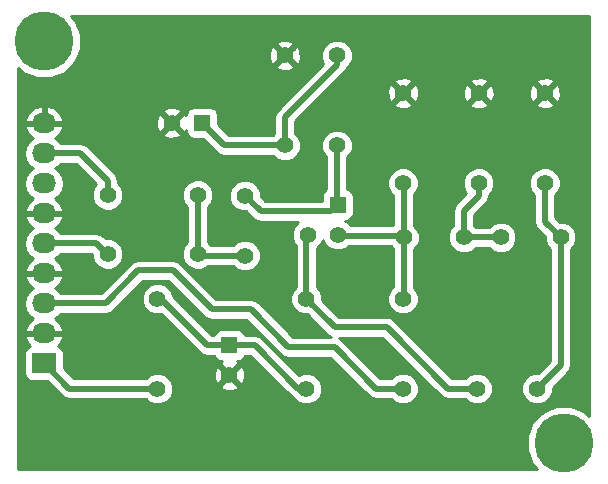
<source format=gbl>
G04 #@! TF.FileFunction,Copper,L2,Bot,Signal*
%FSLAX45Y45*%
G04 Gerber Fmt 4.5, Leading zero omitted, Abs format (unit mm)*
G04 Created by KiCad (PCBNEW (2015-01-25 BZR 5388)-product) date Mo 03 Aug 2015 14:21:19 CEST*
%MOMM*%
G01*
G04 APERTURE LIST*
%ADD10C,0.150000*%
%ADD11C,5.001260*%
%ADD12C,1.397000*%
%ADD13R,2.032000X1.727200*%
%ADD14O,2.032000X1.727200*%
%ADD15R,1.397000X1.397000*%
%ADD16C,0.508000*%
%ADD17C,0.254000*%
G04 APERTURE END LIST*
D10*
D11*
X17100042Y-9900158D03*
X12700000Y-6499860D03*
D12*
X15740126Y-7701026D03*
X15740126Y-6939026D03*
X15180056Y-7380986D03*
X15180056Y-6618986D03*
X13660120Y-8678926D03*
X13660120Y-9440926D03*
X14919960Y-9440672D03*
X14919960Y-8678672D03*
X16940022Y-7701026D03*
X16940022Y-6939026D03*
X16379952Y-7701026D03*
X16379952Y-6939026D03*
X14739874Y-7380986D03*
X14739874Y-6618986D03*
X15740126Y-9440926D03*
X15740126Y-8678926D03*
X14000988Y-7800086D03*
X13238988Y-7800086D03*
X14000988Y-8299958D03*
X13238988Y-8299958D03*
X17074134Y-8159750D03*
X16566134Y-8159750D03*
X16254222Y-8160004D03*
X15746222Y-8160004D03*
X16873982Y-9439910D03*
X16365982Y-9439910D03*
X14400022Y-7805928D03*
X14400022Y-8313928D03*
D13*
X12700000Y-9226000D03*
D14*
X12700000Y-8972000D03*
X12700000Y-8718000D03*
X12700000Y-8464000D03*
X12700000Y-8210000D03*
X12700000Y-7956000D03*
X12700000Y-7702000D03*
X12700000Y-7448000D03*
X12700000Y-7194000D03*
D15*
X14270000Y-9073000D03*
D12*
X14270000Y-9327000D03*
D15*
X14037000Y-7190000D03*
D12*
X13783000Y-7190000D03*
D15*
X15187000Y-7883000D03*
D12*
X15187000Y-8137000D03*
X14933000Y-8137000D03*
D16*
X12914926Y-9440926D02*
X12700000Y-9226000D01*
X13660120Y-9440926D02*
X12914926Y-9440926D01*
X17074134Y-8159750D02*
X17074134Y-9239758D01*
X17074134Y-9239758D02*
X16873982Y-9439910D01*
X16940022Y-7701026D02*
X16940022Y-8025638D01*
X16940022Y-8025638D02*
X17074134Y-8159750D01*
X14919960Y-8678672D02*
X14919960Y-8160004D01*
X14919960Y-8160004D02*
X14932914Y-8147050D01*
X16365982Y-9439910D02*
X16119856Y-9439910D01*
X15161260Y-8919972D02*
X14919960Y-8678672D01*
X15599918Y-8919972D02*
X15161260Y-8919972D01*
X16119856Y-9439910D02*
X15599918Y-8919972D01*
X16254222Y-8160004D02*
X16254222Y-7934198D01*
X16379952Y-7808468D02*
X16379952Y-7701026D01*
X16254222Y-7934198D02*
X16379952Y-7808468D01*
X16254222Y-8160004D02*
X16565880Y-8160004D01*
X16565880Y-8160004D02*
X16566134Y-8159750D01*
X15746222Y-8160004D02*
X15746222Y-8672830D01*
X15746222Y-8672830D02*
X15740126Y-8678926D01*
X15746222Y-8160004D02*
X15746222Y-7707122D01*
X15746222Y-7707122D02*
X15740126Y-7701026D01*
X15186914Y-8147050D02*
X15733268Y-8147050D01*
X15733268Y-8147050D02*
X15746222Y-8160004D01*
X14483000Y-9073000D02*
X14270000Y-9073000D01*
X14850672Y-9440672D02*
X14483000Y-9073000D01*
X14919960Y-9440672D02*
X14850672Y-9440672D01*
X13688926Y-8678926D02*
X13660120Y-8678926D01*
X14083000Y-9073000D02*
X13688926Y-8678926D01*
X14270000Y-9073000D02*
X14083000Y-9073000D01*
X15180056Y-6618986D02*
X15180056Y-6699758D01*
X14739874Y-7139940D02*
X14739874Y-7380986D01*
X15180056Y-6699758D02*
X14739874Y-7139940D01*
X14227986Y-7380986D02*
X14037000Y-7190000D01*
X14739874Y-7380986D02*
X14227986Y-7380986D01*
X15180056Y-7380986D02*
X15180056Y-7886192D01*
X14534134Y-7940040D02*
X14400022Y-7805928D01*
X15126208Y-7940040D02*
X14534134Y-7940040D01*
X15180056Y-7886192D02*
X15126208Y-7940040D01*
X14000988Y-7800086D02*
X14000988Y-8299958D01*
X14000988Y-8299958D02*
X14014958Y-8313928D01*
X14014958Y-8313928D02*
X14400022Y-8313928D01*
X15510926Y-9440926D02*
X15160000Y-9090000D01*
X15160000Y-9090000D02*
X14770000Y-9090000D01*
X14770000Y-9090000D02*
X14450000Y-8770000D01*
X14450000Y-8770000D02*
X14120000Y-8770000D01*
X14120000Y-8770000D02*
X13790000Y-8440000D01*
X13790000Y-8440000D02*
X13500000Y-8440000D01*
X13500000Y-8440000D02*
X13222000Y-8718000D01*
X13222000Y-8718000D02*
X12700000Y-8718000D01*
X15740126Y-9440926D02*
X15510926Y-9440926D01*
X13140000Y-8210000D02*
X12700000Y-8210000D01*
X13229958Y-8299958D02*
X13140000Y-8210000D01*
X13238988Y-8299958D02*
X13229958Y-8299958D01*
X13238988Y-7678988D02*
X13008000Y-7448000D01*
X13008000Y-7448000D02*
X12700000Y-7448000D01*
X13238988Y-7800086D02*
X13238988Y-7678988D01*
D17*
G36*
X17317466Y-9674129D02*
X17277893Y-9634487D01*
X17207507Y-9605260D01*
X17207507Y-8133341D01*
X17187249Y-8084312D01*
X17149769Y-8046767D01*
X17100775Y-8026423D01*
X17074615Y-8026400D01*
X17074615Y-6958278D01*
X17071737Y-6905306D01*
X17057002Y-6869733D01*
X17033441Y-6863568D01*
X17015480Y-6881528D01*
X17015480Y-6845607D01*
X17009315Y-6822046D01*
X16959274Y-6804433D01*
X16906302Y-6807311D01*
X16870729Y-6822046D01*
X16864564Y-6845607D01*
X16940022Y-6921065D01*
X17015480Y-6845607D01*
X17015480Y-6881528D01*
X16957983Y-6939026D01*
X17033441Y-7014484D01*
X17057002Y-7008319D01*
X17074615Y-6958278D01*
X17074615Y-8026400D01*
X17066501Y-8026393D01*
X17028922Y-7988814D01*
X17028922Y-7800702D01*
X17053005Y-7776661D01*
X17073349Y-7727667D01*
X17073395Y-7674617D01*
X17053137Y-7625588D01*
X17015657Y-7588043D01*
X17015480Y-7587970D01*
X17015480Y-7032445D01*
X16940022Y-6956986D01*
X16922062Y-6974947D01*
X16922062Y-6939026D01*
X16846603Y-6863568D01*
X16823042Y-6869733D01*
X16805429Y-6919774D01*
X16808307Y-6972746D01*
X16823042Y-7008319D01*
X16846603Y-7014484D01*
X16922062Y-6939026D01*
X16922062Y-6974947D01*
X16864564Y-7032445D01*
X16870729Y-7056006D01*
X16920770Y-7073619D01*
X16973742Y-7070741D01*
X17009315Y-7056006D01*
X17015480Y-7032445D01*
X17015480Y-7587970D01*
X16966663Y-7567699D01*
X16913613Y-7567653D01*
X16864584Y-7587911D01*
X16827039Y-7625391D01*
X16806695Y-7674385D01*
X16806649Y-7727435D01*
X16826907Y-7776464D01*
X16851122Y-7800721D01*
X16851122Y-8025638D01*
X16857889Y-8059659D01*
X16877160Y-8088500D01*
X16940791Y-8152130D01*
X16940761Y-8186159D01*
X16961019Y-8235188D01*
X16985234Y-8259445D01*
X16985234Y-9202934D01*
X16881602Y-9306567D01*
X16847573Y-9306537D01*
X16798544Y-9326795D01*
X16760999Y-9364275D01*
X16740655Y-9413269D01*
X16740609Y-9466319D01*
X16760867Y-9515348D01*
X16798347Y-9552893D01*
X16847341Y-9573237D01*
X16900391Y-9573283D01*
X16949420Y-9553025D01*
X16986965Y-9515545D01*
X17007309Y-9466551D01*
X17007339Y-9432277D01*
X17136996Y-9302620D01*
X17156267Y-9273779D01*
X17156267Y-9273779D01*
X17163034Y-9239758D01*
X17163034Y-8259426D01*
X17187117Y-8235385D01*
X17207461Y-8186391D01*
X17207507Y-8133341D01*
X17207507Y-9605260D01*
X17162687Y-9586650D01*
X17037944Y-9586541D01*
X16922655Y-9634177D01*
X16834371Y-9722307D01*
X16786534Y-9837513D01*
X16786425Y-9962256D01*
X16834061Y-10077545D01*
X16873775Y-10117328D01*
X16699507Y-10117328D01*
X16699507Y-8133341D01*
X16679249Y-8084312D01*
X16641769Y-8046767D01*
X16592775Y-8026423D01*
X16539725Y-8026377D01*
X16514545Y-8036781D01*
X16514545Y-6958278D01*
X16511667Y-6905306D01*
X16496932Y-6869733D01*
X16473371Y-6863568D01*
X16455410Y-6881528D01*
X16455410Y-6845607D01*
X16449245Y-6822046D01*
X16399204Y-6804433D01*
X16346232Y-6807311D01*
X16310659Y-6822046D01*
X16304494Y-6845607D01*
X16379952Y-6921065D01*
X16455410Y-6845607D01*
X16455410Y-6881528D01*
X16397912Y-6939026D01*
X16473371Y-7014484D01*
X16496932Y-7008319D01*
X16514545Y-6958278D01*
X16514545Y-8036781D01*
X16490696Y-8046635D01*
X16466185Y-8071104D01*
X16353898Y-8071104D01*
X16343122Y-8060309D01*
X16343122Y-7971022D01*
X16442814Y-7871330D01*
X16462085Y-7842489D01*
X16462085Y-7842488D01*
X16468852Y-7808468D01*
X16468852Y-7800702D01*
X16492935Y-7776661D01*
X16513279Y-7727667D01*
X16513325Y-7674617D01*
X16493067Y-7625588D01*
X16455587Y-7588043D01*
X16455410Y-7587970D01*
X16455410Y-7032445D01*
X16379952Y-6956986D01*
X16361991Y-6974947D01*
X16361991Y-6939026D01*
X16286533Y-6863568D01*
X16262972Y-6869733D01*
X16245359Y-6919774D01*
X16248237Y-6972746D01*
X16262972Y-7008319D01*
X16286533Y-7014484D01*
X16361991Y-6939026D01*
X16361991Y-6974947D01*
X16304494Y-7032445D01*
X16310659Y-7056006D01*
X16360700Y-7073619D01*
X16413672Y-7070741D01*
X16449245Y-7056006D01*
X16455410Y-7032445D01*
X16455410Y-7587970D01*
X16406593Y-7567699D01*
X16353543Y-7567653D01*
X16304514Y-7587911D01*
X16266969Y-7625391D01*
X16246625Y-7674385D01*
X16246579Y-7727435D01*
X16266837Y-7776464D01*
X16276526Y-7786170D01*
X16191360Y-7871336D01*
X16172089Y-7900177D01*
X16165322Y-7934198D01*
X16165322Y-8060328D01*
X16141239Y-8084369D01*
X16120895Y-8133363D01*
X16120849Y-8186413D01*
X16141107Y-8235442D01*
X16178587Y-8272987D01*
X16227581Y-8293331D01*
X16280631Y-8293377D01*
X16329660Y-8273119D01*
X16353917Y-8248904D01*
X16466711Y-8248904D01*
X16490499Y-8272733D01*
X16539493Y-8293077D01*
X16592543Y-8293123D01*
X16641572Y-8272865D01*
X16679117Y-8235385D01*
X16699461Y-8186391D01*
X16699507Y-8133341D01*
X16699507Y-10117328D01*
X16499355Y-10117328D01*
X16499355Y-9413501D01*
X16479097Y-9364472D01*
X16441617Y-9326927D01*
X16392623Y-9306583D01*
X16339573Y-9306537D01*
X16290544Y-9326795D01*
X16266287Y-9351010D01*
X16156680Y-9351010D01*
X15662780Y-8857110D01*
X15633939Y-8837839D01*
X15599918Y-8831072D01*
X15198083Y-8831072D01*
X15053303Y-8686292D01*
X15053333Y-8652263D01*
X15033075Y-8603234D01*
X15008860Y-8578977D01*
X15008860Y-8249693D01*
X15045983Y-8212635D01*
X15060009Y-8178855D01*
X15073885Y-8212438D01*
X15111365Y-8249983D01*
X15160359Y-8270327D01*
X15213409Y-8270373D01*
X15262438Y-8250115D01*
X15276627Y-8235950D01*
X15633614Y-8235950D01*
X15657322Y-8259699D01*
X15657322Y-8573165D01*
X15627143Y-8603291D01*
X15606799Y-8652285D01*
X15606753Y-8705335D01*
X15627011Y-8754364D01*
X15664491Y-8791909D01*
X15713485Y-8812253D01*
X15766535Y-8812299D01*
X15815564Y-8792041D01*
X15853109Y-8754561D01*
X15873453Y-8705567D01*
X15873499Y-8652517D01*
X15853241Y-8603488D01*
X15835122Y-8585338D01*
X15835122Y-8259680D01*
X15859205Y-8235639D01*
X15879549Y-8186645D01*
X15879595Y-8133595D01*
X15874719Y-8121793D01*
X15874719Y-6958278D01*
X15871841Y-6905306D01*
X15857106Y-6869733D01*
X15833545Y-6863568D01*
X15815584Y-6881528D01*
X15815584Y-6845607D01*
X15809419Y-6822046D01*
X15759378Y-6804433D01*
X15706406Y-6807311D01*
X15670833Y-6822046D01*
X15664668Y-6845607D01*
X15740126Y-6921065D01*
X15815584Y-6845607D01*
X15815584Y-6881528D01*
X15758086Y-6939026D01*
X15833545Y-7014484D01*
X15857106Y-7008319D01*
X15874719Y-6958278D01*
X15874719Y-8121793D01*
X15859337Y-8084566D01*
X15835122Y-8060309D01*
X15835122Y-7794617D01*
X15853109Y-7776661D01*
X15873453Y-7727667D01*
X15873499Y-7674617D01*
X15853241Y-7625588D01*
X15815761Y-7588043D01*
X15815584Y-7587970D01*
X15815584Y-7032445D01*
X15740126Y-6956986D01*
X15722165Y-6974947D01*
X15722165Y-6939026D01*
X15646707Y-6863568D01*
X15623146Y-6869733D01*
X15605533Y-6919774D01*
X15608411Y-6972746D01*
X15623146Y-7008319D01*
X15646707Y-7014484D01*
X15722165Y-6939026D01*
X15722165Y-6974947D01*
X15664668Y-7032445D01*
X15670833Y-7056006D01*
X15720874Y-7073619D01*
X15773846Y-7070741D01*
X15809419Y-7056006D01*
X15815584Y-7032445D01*
X15815584Y-7587970D01*
X15766767Y-7567699D01*
X15713717Y-7567653D01*
X15664688Y-7587911D01*
X15627143Y-7625391D01*
X15606799Y-7674385D01*
X15606753Y-7727435D01*
X15627011Y-7776464D01*
X15657322Y-7806827D01*
X15657322Y-8058150D01*
X15296708Y-8058150D01*
X15262635Y-8024017D01*
X15247166Y-8017594D01*
X15256850Y-8017594D01*
X15281062Y-8012896D01*
X15302343Y-7998917D01*
X15316588Y-7977814D01*
X15321594Y-7952850D01*
X15321594Y-7813150D01*
X15316896Y-7788938D01*
X15302917Y-7767657D01*
X15281814Y-7753412D01*
X15268956Y-7750834D01*
X15268956Y-7480662D01*
X15293039Y-7456621D01*
X15313383Y-7407627D01*
X15313429Y-7354577D01*
X15313429Y-6592577D01*
X15293171Y-6543548D01*
X15255691Y-6506003D01*
X15206697Y-6485659D01*
X15153647Y-6485613D01*
X15104618Y-6505871D01*
X15067073Y-6543351D01*
X15046729Y-6592345D01*
X15046683Y-6645395D01*
X15064814Y-6689276D01*
X14874467Y-6879624D01*
X14874467Y-6638238D01*
X14871589Y-6585266D01*
X14856854Y-6549693D01*
X14833293Y-6543528D01*
X14815332Y-6561488D01*
X14815332Y-6525567D01*
X14809167Y-6502006D01*
X14759126Y-6484393D01*
X14706154Y-6487271D01*
X14670581Y-6502006D01*
X14664416Y-6525567D01*
X14739874Y-6601025D01*
X14815332Y-6525567D01*
X14815332Y-6561488D01*
X14757834Y-6618986D01*
X14833293Y-6694444D01*
X14856854Y-6688279D01*
X14874467Y-6638238D01*
X14874467Y-6879624D01*
X14815332Y-6938758D01*
X14815332Y-6712405D01*
X14739874Y-6636946D01*
X14721913Y-6654907D01*
X14721913Y-6618986D01*
X14646455Y-6543528D01*
X14622894Y-6549693D01*
X14605281Y-6599734D01*
X14608159Y-6652706D01*
X14622894Y-6688279D01*
X14646455Y-6694444D01*
X14721913Y-6618986D01*
X14721913Y-6654907D01*
X14664416Y-6712405D01*
X14670581Y-6735966D01*
X14720622Y-6753579D01*
X14773594Y-6750701D01*
X14809167Y-6735966D01*
X14815332Y-6712405D01*
X14815332Y-6938758D01*
X14677012Y-7077078D01*
X14657741Y-7105919D01*
X14650974Y-7139940D01*
X14650974Y-7281310D01*
X14640179Y-7292086D01*
X14264810Y-7292086D01*
X14171594Y-7198870D01*
X14171594Y-7120150D01*
X14166896Y-7095938D01*
X14152917Y-7074657D01*
X14131814Y-7060412D01*
X14106850Y-7055406D01*
X13967150Y-7055406D01*
X13942938Y-7060104D01*
X13921657Y-7074083D01*
X13907412Y-7095186D01*
X13902406Y-7120150D01*
X13902406Y-7126564D01*
X13899980Y-7120707D01*
X13876419Y-7114542D01*
X13858458Y-7132502D01*
X13858458Y-7096581D01*
X13852293Y-7073020D01*
X13802252Y-7055407D01*
X13749280Y-7058285D01*
X13713707Y-7073020D01*
X13707542Y-7096581D01*
X13783000Y-7172039D01*
X13858458Y-7096581D01*
X13858458Y-7132502D01*
X13800960Y-7190000D01*
X13876419Y-7265458D01*
X13899980Y-7259293D01*
X13902406Y-7252400D01*
X13902406Y-7259850D01*
X13907104Y-7284062D01*
X13921083Y-7305343D01*
X13942186Y-7319588D01*
X13967150Y-7324594D01*
X14045870Y-7324594D01*
X14165124Y-7443848D01*
X14193965Y-7463119D01*
X14193965Y-7463119D01*
X14227986Y-7469886D01*
X14640198Y-7469886D01*
X14664239Y-7493969D01*
X14713233Y-7514313D01*
X14766283Y-7514359D01*
X14815312Y-7494101D01*
X14852857Y-7456621D01*
X14873201Y-7407627D01*
X14873247Y-7354577D01*
X14852989Y-7305548D01*
X14828774Y-7281291D01*
X14828774Y-7176764D01*
X15242918Y-6762620D01*
X15262189Y-6733779D01*
X15262189Y-6733778D01*
X15264264Y-6723346D01*
X15264264Y-6723346D01*
X15293039Y-6694621D01*
X15313383Y-6645627D01*
X15313429Y-6592577D01*
X15313429Y-7354577D01*
X15293171Y-7305548D01*
X15255691Y-7268003D01*
X15206697Y-7247659D01*
X15153647Y-7247613D01*
X15104618Y-7267871D01*
X15067073Y-7305351D01*
X15046729Y-7354345D01*
X15046683Y-7407395D01*
X15066941Y-7456424D01*
X15091156Y-7480681D01*
X15091156Y-7754274D01*
X15071657Y-7767083D01*
X15057412Y-7788186D01*
X15052406Y-7813150D01*
X15052406Y-7851140D01*
X14570958Y-7851140D01*
X14533365Y-7813548D01*
X14533395Y-7779519D01*
X14513137Y-7730490D01*
X14475657Y-7692945D01*
X14426663Y-7672601D01*
X14373613Y-7672555D01*
X14324584Y-7692813D01*
X14287039Y-7730293D01*
X14266695Y-7779287D01*
X14266649Y-7832337D01*
X14286907Y-7881366D01*
X14324387Y-7918911D01*
X14373381Y-7939255D01*
X14407655Y-7939285D01*
X14471272Y-8002902D01*
X14500113Y-8022173D01*
X14500113Y-8022173D01*
X14534134Y-8028940D01*
X14852498Y-8028940D01*
X14820017Y-8061365D01*
X14799673Y-8110359D01*
X14799627Y-8163409D01*
X14819885Y-8212438D01*
X14831060Y-8223632D01*
X14831060Y-8578996D01*
X14806977Y-8603037D01*
X14786633Y-8652031D01*
X14786587Y-8705081D01*
X14806845Y-8754110D01*
X14844325Y-8791655D01*
X14893319Y-8811999D01*
X14927593Y-8812029D01*
X15098398Y-8982834D01*
X15125735Y-9001100D01*
X14806824Y-9001100D01*
X14533395Y-8727672D01*
X14533395Y-8287519D01*
X14513137Y-8238490D01*
X14475657Y-8200945D01*
X14426663Y-8180601D01*
X14373613Y-8180555D01*
X14324584Y-8200813D01*
X14300327Y-8225028D01*
X14114312Y-8225028D01*
X14114103Y-8224520D01*
X14089888Y-8200263D01*
X14089888Y-7899762D01*
X14113971Y-7875721D01*
X14134315Y-7826727D01*
X14134361Y-7773677D01*
X14114103Y-7724648D01*
X14076623Y-7687103D01*
X14027629Y-7666759D01*
X13974579Y-7666713D01*
X13925550Y-7686971D01*
X13888005Y-7724451D01*
X13867661Y-7773445D01*
X13867615Y-7826495D01*
X13887873Y-7875524D01*
X13912088Y-7899781D01*
X13912088Y-8200282D01*
X13888005Y-8224323D01*
X13867661Y-8273317D01*
X13867615Y-8326367D01*
X13887873Y-8375396D01*
X13925353Y-8412941D01*
X13974347Y-8433285D01*
X14027397Y-8433331D01*
X14076426Y-8413073D01*
X14086688Y-8402828D01*
X14300346Y-8402828D01*
X14324387Y-8426911D01*
X14373381Y-8447255D01*
X14426431Y-8447301D01*
X14475460Y-8427043D01*
X14513005Y-8389563D01*
X14533349Y-8340569D01*
X14533395Y-8287519D01*
X14533395Y-8727672D01*
X14512862Y-8707138D01*
X14484021Y-8687867D01*
X14450000Y-8681100D01*
X14156824Y-8681100D01*
X13858458Y-8382735D01*
X13858458Y-7283419D01*
X13783000Y-7207960D01*
X13765039Y-7225921D01*
X13765039Y-7190000D01*
X13689581Y-7114542D01*
X13666020Y-7120707D01*
X13648407Y-7170748D01*
X13651285Y-7223720D01*
X13666020Y-7259293D01*
X13689581Y-7265458D01*
X13765039Y-7190000D01*
X13765039Y-7225921D01*
X13707542Y-7283419D01*
X13713707Y-7306980D01*
X13763748Y-7324593D01*
X13816720Y-7321715D01*
X13852293Y-7306980D01*
X13858458Y-7283419D01*
X13858458Y-8382735D01*
X13852862Y-8377138D01*
X13824021Y-8357867D01*
X13790000Y-8351100D01*
X13500000Y-8351100D01*
X13465979Y-8357867D01*
X13437138Y-8377138D01*
X13372361Y-8441915D01*
X13372361Y-8273549D01*
X13372361Y-7773677D01*
X13352103Y-7724648D01*
X13327888Y-7700391D01*
X13327888Y-7678988D01*
X13321121Y-7644967D01*
X13321121Y-7644967D01*
X13301850Y-7616126D01*
X13070862Y-7385138D01*
X13042021Y-7365867D01*
X13008000Y-7359100D01*
X12835845Y-7359100D01*
X12824441Y-7342033D01*
X12793493Y-7321354D01*
X12835073Y-7284204D01*
X12860471Y-7231479D01*
X12860736Y-7229903D01*
X12860736Y-7158097D01*
X12860471Y-7156521D01*
X12835073Y-7103796D01*
X12791432Y-7064805D01*
X12736191Y-7045482D01*
X12712700Y-7059908D01*
X12712700Y-7181300D01*
X12848622Y-7181300D01*
X12860736Y-7158097D01*
X12860736Y-7229903D01*
X12848622Y-7206700D01*
X12712700Y-7206700D01*
X12712700Y-7208700D01*
X12687300Y-7208700D01*
X12687300Y-7206700D01*
X12687300Y-7181300D01*
X12687300Y-7059908D01*
X12663809Y-7045482D01*
X12608568Y-7064805D01*
X12564927Y-7103796D01*
X12539529Y-7156521D01*
X12539264Y-7158097D01*
X12551378Y-7181300D01*
X12687300Y-7181300D01*
X12687300Y-7206700D01*
X12551378Y-7206700D01*
X12539264Y-7229903D01*
X12539529Y-7231479D01*
X12564927Y-7284204D01*
X12606507Y-7321354D01*
X12575558Y-7342033D01*
X12543073Y-7390651D01*
X12531665Y-7448000D01*
X12543073Y-7505349D01*
X12575558Y-7553967D01*
X12607036Y-7575000D01*
X12575558Y-7596033D01*
X12543073Y-7644651D01*
X12531665Y-7702000D01*
X12543073Y-7759349D01*
X12575558Y-7807967D01*
X12606507Y-7828646D01*
X12564927Y-7865796D01*
X12539529Y-7918521D01*
X12539264Y-7920097D01*
X12551378Y-7943300D01*
X12687300Y-7943300D01*
X12687300Y-7941300D01*
X12712700Y-7941300D01*
X12712700Y-7943300D01*
X12848622Y-7943300D01*
X12860736Y-7920097D01*
X12860471Y-7918521D01*
X12835073Y-7865796D01*
X12793493Y-7828646D01*
X12824441Y-7807967D01*
X12856927Y-7759349D01*
X12868334Y-7702000D01*
X12856927Y-7644651D01*
X12824441Y-7596033D01*
X12792963Y-7575000D01*
X12824441Y-7553967D01*
X12835845Y-7536900D01*
X12971176Y-7536900D01*
X13142380Y-7708104D01*
X13126005Y-7724451D01*
X13105661Y-7773445D01*
X13105615Y-7826495D01*
X13125873Y-7875524D01*
X13163353Y-7913069D01*
X13212347Y-7933413D01*
X13265397Y-7933459D01*
X13314426Y-7913201D01*
X13351971Y-7875721D01*
X13372315Y-7826727D01*
X13372361Y-7773677D01*
X13372361Y-8273549D01*
X13352103Y-8224520D01*
X13314623Y-8186975D01*
X13265629Y-8166631D01*
X13222317Y-8166593D01*
X13202862Y-8147138D01*
X13174021Y-8127867D01*
X13140000Y-8121100D01*
X12835845Y-8121100D01*
X12824441Y-8104033D01*
X12793493Y-8083354D01*
X12835073Y-8046204D01*
X12860471Y-7993479D01*
X12860736Y-7991903D01*
X12848622Y-7968700D01*
X12712700Y-7968700D01*
X12712700Y-7970700D01*
X12687300Y-7970700D01*
X12687300Y-7968700D01*
X12551378Y-7968700D01*
X12539264Y-7991903D01*
X12539529Y-7993479D01*
X12564927Y-8046204D01*
X12606507Y-8083354D01*
X12575558Y-8104033D01*
X12543073Y-8152651D01*
X12531665Y-8210000D01*
X12543073Y-8267349D01*
X12575558Y-8315967D01*
X12606507Y-8336646D01*
X12564927Y-8373796D01*
X12539529Y-8426521D01*
X12539264Y-8428097D01*
X12551378Y-8451300D01*
X12687300Y-8451300D01*
X12687300Y-8449300D01*
X12712700Y-8449300D01*
X12712700Y-8451300D01*
X12848622Y-8451300D01*
X12860736Y-8428097D01*
X12860471Y-8426521D01*
X12835073Y-8373796D01*
X12793493Y-8336646D01*
X12824441Y-8315967D01*
X12835845Y-8298900D01*
X13103176Y-8298900D01*
X13105637Y-8301360D01*
X13105615Y-8326367D01*
X13125873Y-8375396D01*
X13163353Y-8412941D01*
X13212347Y-8433285D01*
X13265397Y-8433331D01*
X13314426Y-8413073D01*
X13351971Y-8375593D01*
X13372315Y-8326599D01*
X13372361Y-8273549D01*
X13372361Y-8441915D01*
X13185176Y-8629100D01*
X12835845Y-8629100D01*
X12824441Y-8612033D01*
X12793493Y-8591354D01*
X12835073Y-8554204D01*
X12860471Y-8501479D01*
X12860736Y-8499903D01*
X12848622Y-8476700D01*
X12712700Y-8476700D01*
X12712700Y-8478700D01*
X12687300Y-8478700D01*
X12687300Y-8476700D01*
X12551378Y-8476700D01*
X12539264Y-8499903D01*
X12539529Y-8501479D01*
X12564927Y-8554204D01*
X12606507Y-8591354D01*
X12575558Y-8612033D01*
X12543073Y-8660651D01*
X12531665Y-8718000D01*
X12543073Y-8775349D01*
X12575558Y-8823967D01*
X12606507Y-8844646D01*
X12564927Y-8881796D01*
X12539529Y-8934521D01*
X12539264Y-8936097D01*
X12551378Y-8959300D01*
X12687300Y-8959300D01*
X12687300Y-8957300D01*
X12712700Y-8957300D01*
X12712700Y-8959300D01*
X12848622Y-8959300D01*
X12860736Y-8936097D01*
X12860471Y-8934521D01*
X12835073Y-8881796D01*
X12793493Y-8844646D01*
X12824441Y-8823967D01*
X12835845Y-8806900D01*
X13222000Y-8806900D01*
X13256020Y-8800133D01*
X13256021Y-8800133D01*
X13284862Y-8780862D01*
X13536824Y-8528900D01*
X13753176Y-8528900D01*
X14057138Y-8832862D01*
X14085979Y-8852133D01*
X14085979Y-8852133D01*
X14120000Y-8858900D01*
X14413176Y-8858900D01*
X14707138Y-9152862D01*
X14735979Y-9172133D01*
X14770000Y-9178900D01*
X15123176Y-9178900D01*
X15448064Y-9503788D01*
X15476905Y-9523059D01*
X15476905Y-9523059D01*
X15510926Y-9529826D01*
X15640450Y-9529826D01*
X15664491Y-9553909D01*
X15713485Y-9574253D01*
X15766535Y-9574299D01*
X15815564Y-9554041D01*
X15853109Y-9516561D01*
X15873453Y-9467567D01*
X15873499Y-9414517D01*
X15853241Y-9365488D01*
X15815761Y-9327943D01*
X15766767Y-9307599D01*
X15713717Y-9307553D01*
X15664688Y-9327811D01*
X15640431Y-9352026D01*
X15547750Y-9352026D01*
X15222862Y-9027138D01*
X15195524Y-9008872D01*
X15563094Y-9008872D01*
X16056994Y-9502772D01*
X16085835Y-9522043D01*
X16085835Y-9522043D01*
X16119856Y-9528810D01*
X16266306Y-9528810D01*
X16290347Y-9552893D01*
X16339341Y-9573237D01*
X16392391Y-9573283D01*
X16441420Y-9553025D01*
X16478965Y-9515545D01*
X16499309Y-9466551D01*
X16499355Y-9413501D01*
X16499355Y-10117328D01*
X15053333Y-10117328D01*
X15053333Y-9414263D01*
X15033075Y-9365234D01*
X14995595Y-9327689D01*
X14946601Y-9307345D01*
X14893551Y-9307299D01*
X14857796Y-9322073D01*
X14545862Y-9010138D01*
X14517021Y-8990867D01*
X14483000Y-8984100D01*
X14400898Y-8984100D01*
X14399896Y-8978938D01*
X14385917Y-8957657D01*
X14364814Y-8943412D01*
X14339850Y-8938406D01*
X14200150Y-8938406D01*
X14175938Y-8943104D01*
X14154657Y-8957083D01*
X14140412Y-8978186D01*
X14139226Y-8984100D01*
X14119824Y-8984100D01*
X13793488Y-8657765D01*
X13793493Y-8652517D01*
X13773235Y-8603488D01*
X13735755Y-8565943D01*
X13686761Y-8545599D01*
X13633711Y-8545553D01*
X13584682Y-8565811D01*
X13547137Y-8603291D01*
X13526793Y-8652285D01*
X13526747Y-8705335D01*
X13547005Y-8754364D01*
X13584485Y-8791909D01*
X13633479Y-8812253D01*
X13686529Y-8812299D01*
X13693638Y-8809362D01*
X14020138Y-9135862D01*
X14048979Y-9155133D01*
X14048979Y-9155133D01*
X14083000Y-9161900D01*
X14139102Y-9161900D01*
X14140104Y-9167062D01*
X14154083Y-9188343D01*
X14175186Y-9202588D01*
X14200150Y-9207594D01*
X14206564Y-9207594D01*
X14200707Y-9210020D01*
X14194542Y-9233581D01*
X14270000Y-9309040D01*
X14345458Y-9233581D01*
X14339293Y-9210020D01*
X14332400Y-9207594D01*
X14339850Y-9207594D01*
X14364062Y-9202896D01*
X14385343Y-9188917D01*
X14399588Y-9167814D01*
X14400774Y-9161900D01*
X14446176Y-9161900D01*
X14787810Y-9503534D01*
X14807273Y-9516539D01*
X14844325Y-9553655D01*
X14893319Y-9573999D01*
X14946369Y-9574045D01*
X14995398Y-9553787D01*
X15032943Y-9516307D01*
X15053287Y-9467313D01*
X15053333Y-9414263D01*
X15053333Y-10117328D01*
X14404593Y-10117328D01*
X14404593Y-9346252D01*
X14401715Y-9293280D01*
X14386980Y-9257707D01*
X14363419Y-9251542D01*
X14287960Y-9327000D01*
X14363419Y-9402458D01*
X14386980Y-9396293D01*
X14404593Y-9346252D01*
X14404593Y-10117328D01*
X14345458Y-10117328D01*
X14345458Y-9420419D01*
X14270000Y-9344961D01*
X14252039Y-9362921D01*
X14252039Y-9327000D01*
X14176581Y-9251542D01*
X14153020Y-9257707D01*
X14135407Y-9307748D01*
X14138285Y-9360720D01*
X14153020Y-9396293D01*
X14176581Y-9402458D01*
X14252039Y-9327000D01*
X14252039Y-9362921D01*
X14194542Y-9420419D01*
X14200707Y-9443980D01*
X14250748Y-9461593D01*
X14303720Y-9458715D01*
X14339293Y-9443980D01*
X14345458Y-9420419D01*
X14345458Y-10117328D01*
X13793493Y-10117328D01*
X13793493Y-9414517D01*
X13773235Y-9365488D01*
X13735755Y-9327943D01*
X13686761Y-9307599D01*
X13633711Y-9307553D01*
X13584682Y-9327811D01*
X13560425Y-9352026D01*
X12951750Y-9352026D01*
X12866344Y-9266620D01*
X12866344Y-9139640D01*
X12861646Y-9115428D01*
X12847667Y-9094147D01*
X12826564Y-9079902D01*
X12817335Y-9078052D01*
X12835073Y-9062204D01*
X12860471Y-9009479D01*
X12860736Y-9007903D01*
X12848622Y-8984700D01*
X12712700Y-8984700D01*
X12712700Y-8986700D01*
X12687300Y-8986700D01*
X12687300Y-8984700D01*
X12551378Y-8984700D01*
X12539264Y-9007903D01*
X12539529Y-9009479D01*
X12564927Y-9062204D01*
X12582570Y-9077967D01*
X12574188Y-9079594D01*
X12552907Y-9093573D01*
X12538662Y-9114676D01*
X12533656Y-9139640D01*
X12533656Y-9312360D01*
X12538354Y-9336572D01*
X12552333Y-9357853D01*
X12573436Y-9372098D01*
X12598400Y-9377104D01*
X12725380Y-9377104D01*
X12852064Y-9503788D01*
X12880905Y-9523059D01*
X12880905Y-9523059D01*
X12914926Y-9529826D01*
X13560444Y-9529826D01*
X13584485Y-9553909D01*
X13633479Y-9574253D01*
X13686529Y-9574299D01*
X13735558Y-9554041D01*
X13773103Y-9516561D01*
X13793447Y-9467567D01*
X13793493Y-9414517D01*
X13793493Y-10117328D01*
X12482576Y-10117328D01*
X12482576Y-6725889D01*
X12522149Y-6765531D01*
X12637355Y-6813368D01*
X12762098Y-6813477D01*
X12877387Y-6765841D01*
X12965671Y-6677711D01*
X13013508Y-6562505D01*
X13013617Y-6437762D01*
X12965981Y-6322473D01*
X12926014Y-6282436D01*
X17317466Y-6282436D01*
X17317466Y-9674129D01*
X17317466Y-9674129D01*
G37*
X17317466Y-9674129D02*
X17277893Y-9634487D01*
X17207507Y-9605260D01*
X17207507Y-8133341D01*
X17187249Y-8084312D01*
X17149769Y-8046767D01*
X17100775Y-8026423D01*
X17074615Y-8026400D01*
X17074615Y-6958278D01*
X17071737Y-6905306D01*
X17057002Y-6869733D01*
X17033441Y-6863568D01*
X17015480Y-6881528D01*
X17015480Y-6845607D01*
X17009315Y-6822046D01*
X16959274Y-6804433D01*
X16906302Y-6807311D01*
X16870729Y-6822046D01*
X16864564Y-6845607D01*
X16940022Y-6921065D01*
X17015480Y-6845607D01*
X17015480Y-6881528D01*
X16957983Y-6939026D01*
X17033441Y-7014484D01*
X17057002Y-7008319D01*
X17074615Y-6958278D01*
X17074615Y-8026400D01*
X17066501Y-8026393D01*
X17028922Y-7988814D01*
X17028922Y-7800702D01*
X17053005Y-7776661D01*
X17073349Y-7727667D01*
X17073395Y-7674617D01*
X17053137Y-7625588D01*
X17015657Y-7588043D01*
X17015480Y-7587970D01*
X17015480Y-7032445D01*
X16940022Y-6956986D01*
X16922062Y-6974947D01*
X16922062Y-6939026D01*
X16846603Y-6863568D01*
X16823042Y-6869733D01*
X16805429Y-6919774D01*
X16808307Y-6972746D01*
X16823042Y-7008319D01*
X16846603Y-7014484D01*
X16922062Y-6939026D01*
X16922062Y-6974947D01*
X16864564Y-7032445D01*
X16870729Y-7056006D01*
X16920770Y-7073619D01*
X16973742Y-7070741D01*
X17009315Y-7056006D01*
X17015480Y-7032445D01*
X17015480Y-7587970D01*
X16966663Y-7567699D01*
X16913613Y-7567653D01*
X16864584Y-7587911D01*
X16827039Y-7625391D01*
X16806695Y-7674385D01*
X16806649Y-7727435D01*
X16826907Y-7776464D01*
X16851122Y-7800721D01*
X16851122Y-8025638D01*
X16857889Y-8059659D01*
X16877160Y-8088500D01*
X16940791Y-8152130D01*
X16940761Y-8186159D01*
X16961019Y-8235188D01*
X16985234Y-8259445D01*
X16985234Y-9202934D01*
X16881602Y-9306567D01*
X16847573Y-9306537D01*
X16798544Y-9326795D01*
X16760999Y-9364275D01*
X16740655Y-9413269D01*
X16740609Y-9466319D01*
X16760867Y-9515348D01*
X16798347Y-9552893D01*
X16847341Y-9573237D01*
X16900391Y-9573283D01*
X16949420Y-9553025D01*
X16986965Y-9515545D01*
X17007309Y-9466551D01*
X17007339Y-9432277D01*
X17136996Y-9302620D01*
X17156267Y-9273779D01*
X17156267Y-9273779D01*
X17163034Y-9239758D01*
X17163034Y-8259426D01*
X17187117Y-8235385D01*
X17207461Y-8186391D01*
X17207507Y-8133341D01*
X17207507Y-9605260D01*
X17162687Y-9586650D01*
X17037944Y-9586541D01*
X16922655Y-9634177D01*
X16834371Y-9722307D01*
X16786534Y-9837513D01*
X16786425Y-9962256D01*
X16834061Y-10077545D01*
X16873775Y-10117328D01*
X16699507Y-10117328D01*
X16699507Y-8133341D01*
X16679249Y-8084312D01*
X16641769Y-8046767D01*
X16592775Y-8026423D01*
X16539725Y-8026377D01*
X16514545Y-8036781D01*
X16514545Y-6958278D01*
X16511667Y-6905306D01*
X16496932Y-6869733D01*
X16473371Y-6863568D01*
X16455410Y-6881528D01*
X16455410Y-6845607D01*
X16449245Y-6822046D01*
X16399204Y-6804433D01*
X16346232Y-6807311D01*
X16310659Y-6822046D01*
X16304494Y-6845607D01*
X16379952Y-6921065D01*
X16455410Y-6845607D01*
X16455410Y-6881528D01*
X16397912Y-6939026D01*
X16473371Y-7014484D01*
X16496932Y-7008319D01*
X16514545Y-6958278D01*
X16514545Y-8036781D01*
X16490696Y-8046635D01*
X16466185Y-8071104D01*
X16353898Y-8071104D01*
X16343122Y-8060309D01*
X16343122Y-7971022D01*
X16442814Y-7871330D01*
X16462085Y-7842489D01*
X16462085Y-7842488D01*
X16468852Y-7808468D01*
X16468852Y-7800702D01*
X16492935Y-7776661D01*
X16513279Y-7727667D01*
X16513325Y-7674617D01*
X16493067Y-7625588D01*
X16455587Y-7588043D01*
X16455410Y-7587970D01*
X16455410Y-7032445D01*
X16379952Y-6956986D01*
X16361991Y-6974947D01*
X16361991Y-6939026D01*
X16286533Y-6863568D01*
X16262972Y-6869733D01*
X16245359Y-6919774D01*
X16248237Y-6972746D01*
X16262972Y-7008319D01*
X16286533Y-7014484D01*
X16361991Y-6939026D01*
X16361991Y-6974947D01*
X16304494Y-7032445D01*
X16310659Y-7056006D01*
X16360700Y-7073619D01*
X16413672Y-7070741D01*
X16449245Y-7056006D01*
X16455410Y-7032445D01*
X16455410Y-7587970D01*
X16406593Y-7567699D01*
X16353543Y-7567653D01*
X16304514Y-7587911D01*
X16266969Y-7625391D01*
X16246625Y-7674385D01*
X16246579Y-7727435D01*
X16266837Y-7776464D01*
X16276526Y-7786170D01*
X16191360Y-7871336D01*
X16172089Y-7900177D01*
X16165322Y-7934198D01*
X16165322Y-8060328D01*
X16141239Y-8084369D01*
X16120895Y-8133363D01*
X16120849Y-8186413D01*
X16141107Y-8235442D01*
X16178587Y-8272987D01*
X16227581Y-8293331D01*
X16280631Y-8293377D01*
X16329660Y-8273119D01*
X16353917Y-8248904D01*
X16466711Y-8248904D01*
X16490499Y-8272733D01*
X16539493Y-8293077D01*
X16592543Y-8293123D01*
X16641572Y-8272865D01*
X16679117Y-8235385D01*
X16699461Y-8186391D01*
X16699507Y-8133341D01*
X16699507Y-10117328D01*
X16499355Y-10117328D01*
X16499355Y-9413501D01*
X16479097Y-9364472D01*
X16441617Y-9326927D01*
X16392623Y-9306583D01*
X16339573Y-9306537D01*
X16290544Y-9326795D01*
X16266287Y-9351010D01*
X16156680Y-9351010D01*
X15662780Y-8857110D01*
X15633939Y-8837839D01*
X15599918Y-8831072D01*
X15198083Y-8831072D01*
X15053303Y-8686292D01*
X15053333Y-8652263D01*
X15033075Y-8603234D01*
X15008860Y-8578977D01*
X15008860Y-8249693D01*
X15045983Y-8212635D01*
X15060009Y-8178855D01*
X15073885Y-8212438D01*
X15111365Y-8249983D01*
X15160359Y-8270327D01*
X15213409Y-8270373D01*
X15262438Y-8250115D01*
X15276627Y-8235950D01*
X15633614Y-8235950D01*
X15657322Y-8259699D01*
X15657322Y-8573165D01*
X15627143Y-8603291D01*
X15606799Y-8652285D01*
X15606753Y-8705335D01*
X15627011Y-8754364D01*
X15664491Y-8791909D01*
X15713485Y-8812253D01*
X15766535Y-8812299D01*
X15815564Y-8792041D01*
X15853109Y-8754561D01*
X15873453Y-8705567D01*
X15873499Y-8652517D01*
X15853241Y-8603488D01*
X15835122Y-8585338D01*
X15835122Y-8259680D01*
X15859205Y-8235639D01*
X15879549Y-8186645D01*
X15879595Y-8133595D01*
X15874719Y-8121793D01*
X15874719Y-6958278D01*
X15871841Y-6905306D01*
X15857106Y-6869733D01*
X15833545Y-6863568D01*
X15815584Y-6881528D01*
X15815584Y-6845607D01*
X15809419Y-6822046D01*
X15759378Y-6804433D01*
X15706406Y-6807311D01*
X15670833Y-6822046D01*
X15664668Y-6845607D01*
X15740126Y-6921065D01*
X15815584Y-6845607D01*
X15815584Y-6881528D01*
X15758086Y-6939026D01*
X15833545Y-7014484D01*
X15857106Y-7008319D01*
X15874719Y-6958278D01*
X15874719Y-8121793D01*
X15859337Y-8084566D01*
X15835122Y-8060309D01*
X15835122Y-7794617D01*
X15853109Y-7776661D01*
X15873453Y-7727667D01*
X15873499Y-7674617D01*
X15853241Y-7625588D01*
X15815761Y-7588043D01*
X15815584Y-7587970D01*
X15815584Y-7032445D01*
X15740126Y-6956986D01*
X15722165Y-6974947D01*
X15722165Y-6939026D01*
X15646707Y-6863568D01*
X15623146Y-6869733D01*
X15605533Y-6919774D01*
X15608411Y-6972746D01*
X15623146Y-7008319D01*
X15646707Y-7014484D01*
X15722165Y-6939026D01*
X15722165Y-6974947D01*
X15664668Y-7032445D01*
X15670833Y-7056006D01*
X15720874Y-7073619D01*
X15773846Y-7070741D01*
X15809419Y-7056006D01*
X15815584Y-7032445D01*
X15815584Y-7587970D01*
X15766767Y-7567699D01*
X15713717Y-7567653D01*
X15664688Y-7587911D01*
X15627143Y-7625391D01*
X15606799Y-7674385D01*
X15606753Y-7727435D01*
X15627011Y-7776464D01*
X15657322Y-7806827D01*
X15657322Y-8058150D01*
X15296708Y-8058150D01*
X15262635Y-8024017D01*
X15247166Y-8017594D01*
X15256850Y-8017594D01*
X15281062Y-8012896D01*
X15302343Y-7998917D01*
X15316588Y-7977814D01*
X15321594Y-7952850D01*
X15321594Y-7813150D01*
X15316896Y-7788938D01*
X15302917Y-7767657D01*
X15281814Y-7753412D01*
X15268956Y-7750834D01*
X15268956Y-7480662D01*
X15293039Y-7456621D01*
X15313383Y-7407627D01*
X15313429Y-7354577D01*
X15313429Y-6592577D01*
X15293171Y-6543548D01*
X15255691Y-6506003D01*
X15206697Y-6485659D01*
X15153647Y-6485613D01*
X15104618Y-6505871D01*
X15067073Y-6543351D01*
X15046729Y-6592345D01*
X15046683Y-6645395D01*
X15064814Y-6689276D01*
X14874467Y-6879624D01*
X14874467Y-6638238D01*
X14871589Y-6585266D01*
X14856854Y-6549693D01*
X14833293Y-6543528D01*
X14815332Y-6561488D01*
X14815332Y-6525567D01*
X14809167Y-6502006D01*
X14759126Y-6484393D01*
X14706154Y-6487271D01*
X14670581Y-6502006D01*
X14664416Y-6525567D01*
X14739874Y-6601025D01*
X14815332Y-6525567D01*
X14815332Y-6561488D01*
X14757834Y-6618986D01*
X14833293Y-6694444D01*
X14856854Y-6688279D01*
X14874467Y-6638238D01*
X14874467Y-6879624D01*
X14815332Y-6938758D01*
X14815332Y-6712405D01*
X14739874Y-6636946D01*
X14721913Y-6654907D01*
X14721913Y-6618986D01*
X14646455Y-6543528D01*
X14622894Y-6549693D01*
X14605281Y-6599734D01*
X14608159Y-6652706D01*
X14622894Y-6688279D01*
X14646455Y-6694444D01*
X14721913Y-6618986D01*
X14721913Y-6654907D01*
X14664416Y-6712405D01*
X14670581Y-6735966D01*
X14720622Y-6753579D01*
X14773594Y-6750701D01*
X14809167Y-6735966D01*
X14815332Y-6712405D01*
X14815332Y-6938758D01*
X14677012Y-7077078D01*
X14657741Y-7105919D01*
X14650974Y-7139940D01*
X14650974Y-7281310D01*
X14640179Y-7292086D01*
X14264810Y-7292086D01*
X14171594Y-7198870D01*
X14171594Y-7120150D01*
X14166896Y-7095938D01*
X14152917Y-7074657D01*
X14131814Y-7060412D01*
X14106850Y-7055406D01*
X13967150Y-7055406D01*
X13942938Y-7060104D01*
X13921657Y-7074083D01*
X13907412Y-7095186D01*
X13902406Y-7120150D01*
X13902406Y-7126564D01*
X13899980Y-7120707D01*
X13876419Y-7114542D01*
X13858458Y-7132502D01*
X13858458Y-7096581D01*
X13852293Y-7073020D01*
X13802252Y-7055407D01*
X13749280Y-7058285D01*
X13713707Y-7073020D01*
X13707542Y-7096581D01*
X13783000Y-7172039D01*
X13858458Y-7096581D01*
X13858458Y-7132502D01*
X13800960Y-7190000D01*
X13876419Y-7265458D01*
X13899980Y-7259293D01*
X13902406Y-7252400D01*
X13902406Y-7259850D01*
X13907104Y-7284062D01*
X13921083Y-7305343D01*
X13942186Y-7319588D01*
X13967150Y-7324594D01*
X14045870Y-7324594D01*
X14165124Y-7443848D01*
X14193965Y-7463119D01*
X14193965Y-7463119D01*
X14227986Y-7469886D01*
X14640198Y-7469886D01*
X14664239Y-7493969D01*
X14713233Y-7514313D01*
X14766283Y-7514359D01*
X14815312Y-7494101D01*
X14852857Y-7456621D01*
X14873201Y-7407627D01*
X14873247Y-7354577D01*
X14852989Y-7305548D01*
X14828774Y-7281291D01*
X14828774Y-7176764D01*
X15242918Y-6762620D01*
X15262189Y-6733779D01*
X15262189Y-6733778D01*
X15264264Y-6723346D01*
X15264264Y-6723346D01*
X15293039Y-6694621D01*
X15313383Y-6645627D01*
X15313429Y-6592577D01*
X15313429Y-7354577D01*
X15293171Y-7305548D01*
X15255691Y-7268003D01*
X15206697Y-7247659D01*
X15153647Y-7247613D01*
X15104618Y-7267871D01*
X15067073Y-7305351D01*
X15046729Y-7354345D01*
X15046683Y-7407395D01*
X15066941Y-7456424D01*
X15091156Y-7480681D01*
X15091156Y-7754274D01*
X15071657Y-7767083D01*
X15057412Y-7788186D01*
X15052406Y-7813150D01*
X15052406Y-7851140D01*
X14570958Y-7851140D01*
X14533365Y-7813548D01*
X14533395Y-7779519D01*
X14513137Y-7730490D01*
X14475657Y-7692945D01*
X14426663Y-7672601D01*
X14373613Y-7672555D01*
X14324584Y-7692813D01*
X14287039Y-7730293D01*
X14266695Y-7779287D01*
X14266649Y-7832337D01*
X14286907Y-7881366D01*
X14324387Y-7918911D01*
X14373381Y-7939255D01*
X14407655Y-7939285D01*
X14471272Y-8002902D01*
X14500113Y-8022173D01*
X14500113Y-8022173D01*
X14534134Y-8028940D01*
X14852498Y-8028940D01*
X14820017Y-8061365D01*
X14799673Y-8110359D01*
X14799627Y-8163409D01*
X14819885Y-8212438D01*
X14831060Y-8223632D01*
X14831060Y-8578996D01*
X14806977Y-8603037D01*
X14786633Y-8652031D01*
X14786587Y-8705081D01*
X14806845Y-8754110D01*
X14844325Y-8791655D01*
X14893319Y-8811999D01*
X14927593Y-8812029D01*
X15098398Y-8982834D01*
X15125735Y-9001100D01*
X14806824Y-9001100D01*
X14533395Y-8727672D01*
X14533395Y-8287519D01*
X14513137Y-8238490D01*
X14475657Y-8200945D01*
X14426663Y-8180601D01*
X14373613Y-8180555D01*
X14324584Y-8200813D01*
X14300327Y-8225028D01*
X14114312Y-8225028D01*
X14114103Y-8224520D01*
X14089888Y-8200263D01*
X14089888Y-7899762D01*
X14113971Y-7875721D01*
X14134315Y-7826727D01*
X14134361Y-7773677D01*
X14114103Y-7724648D01*
X14076623Y-7687103D01*
X14027629Y-7666759D01*
X13974579Y-7666713D01*
X13925550Y-7686971D01*
X13888005Y-7724451D01*
X13867661Y-7773445D01*
X13867615Y-7826495D01*
X13887873Y-7875524D01*
X13912088Y-7899781D01*
X13912088Y-8200282D01*
X13888005Y-8224323D01*
X13867661Y-8273317D01*
X13867615Y-8326367D01*
X13887873Y-8375396D01*
X13925353Y-8412941D01*
X13974347Y-8433285D01*
X14027397Y-8433331D01*
X14076426Y-8413073D01*
X14086688Y-8402828D01*
X14300346Y-8402828D01*
X14324387Y-8426911D01*
X14373381Y-8447255D01*
X14426431Y-8447301D01*
X14475460Y-8427043D01*
X14513005Y-8389563D01*
X14533349Y-8340569D01*
X14533395Y-8287519D01*
X14533395Y-8727672D01*
X14512862Y-8707138D01*
X14484021Y-8687867D01*
X14450000Y-8681100D01*
X14156824Y-8681100D01*
X13858458Y-8382735D01*
X13858458Y-7283419D01*
X13783000Y-7207960D01*
X13765039Y-7225921D01*
X13765039Y-7190000D01*
X13689581Y-7114542D01*
X13666020Y-7120707D01*
X13648407Y-7170748D01*
X13651285Y-7223720D01*
X13666020Y-7259293D01*
X13689581Y-7265458D01*
X13765039Y-7190000D01*
X13765039Y-7225921D01*
X13707542Y-7283419D01*
X13713707Y-7306980D01*
X13763748Y-7324593D01*
X13816720Y-7321715D01*
X13852293Y-7306980D01*
X13858458Y-7283419D01*
X13858458Y-8382735D01*
X13852862Y-8377138D01*
X13824021Y-8357867D01*
X13790000Y-8351100D01*
X13500000Y-8351100D01*
X13465979Y-8357867D01*
X13437138Y-8377138D01*
X13372361Y-8441915D01*
X13372361Y-8273549D01*
X13372361Y-7773677D01*
X13352103Y-7724648D01*
X13327888Y-7700391D01*
X13327888Y-7678988D01*
X13321121Y-7644967D01*
X13321121Y-7644967D01*
X13301850Y-7616126D01*
X13070862Y-7385138D01*
X13042021Y-7365867D01*
X13008000Y-7359100D01*
X12835845Y-7359100D01*
X12824441Y-7342033D01*
X12793493Y-7321354D01*
X12835073Y-7284204D01*
X12860471Y-7231479D01*
X12860736Y-7229903D01*
X12860736Y-7158097D01*
X12860471Y-7156521D01*
X12835073Y-7103796D01*
X12791432Y-7064805D01*
X12736191Y-7045482D01*
X12712700Y-7059908D01*
X12712700Y-7181300D01*
X12848622Y-7181300D01*
X12860736Y-7158097D01*
X12860736Y-7229903D01*
X12848622Y-7206700D01*
X12712700Y-7206700D01*
X12712700Y-7208700D01*
X12687300Y-7208700D01*
X12687300Y-7206700D01*
X12687300Y-7181300D01*
X12687300Y-7059908D01*
X12663809Y-7045482D01*
X12608568Y-7064805D01*
X12564927Y-7103796D01*
X12539529Y-7156521D01*
X12539264Y-7158097D01*
X12551378Y-7181300D01*
X12687300Y-7181300D01*
X12687300Y-7206700D01*
X12551378Y-7206700D01*
X12539264Y-7229903D01*
X12539529Y-7231479D01*
X12564927Y-7284204D01*
X12606507Y-7321354D01*
X12575558Y-7342033D01*
X12543073Y-7390651D01*
X12531665Y-7448000D01*
X12543073Y-7505349D01*
X12575558Y-7553967D01*
X12607036Y-7575000D01*
X12575558Y-7596033D01*
X12543073Y-7644651D01*
X12531665Y-7702000D01*
X12543073Y-7759349D01*
X12575558Y-7807967D01*
X12606507Y-7828646D01*
X12564927Y-7865796D01*
X12539529Y-7918521D01*
X12539264Y-7920097D01*
X12551378Y-7943300D01*
X12687300Y-7943300D01*
X12687300Y-7941300D01*
X12712700Y-7941300D01*
X12712700Y-7943300D01*
X12848622Y-7943300D01*
X12860736Y-7920097D01*
X12860471Y-7918521D01*
X12835073Y-7865796D01*
X12793493Y-7828646D01*
X12824441Y-7807967D01*
X12856927Y-7759349D01*
X12868334Y-7702000D01*
X12856927Y-7644651D01*
X12824441Y-7596033D01*
X12792963Y-7575000D01*
X12824441Y-7553967D01*
X12835845Y-7536900D01*
X12971176Y-7536900D01*
X13142380Y-7708104D01*
X13126005Y-7724451D01*
X13105661Y-7773445D01*
X13105615Y-7826495D01*
X13125873Y-7875524D01*
X13163353Y-7913069D01*
X13212347Y-7933413D01*
X13265397Y-7933459D01*
X13314426Y-7913201D01*
X13351971Y-7875721D01*
X13372315Y-7826727D01*
X13372361Y-7773677D01*
X13372361Y-8273549D01*
X13352103Y-8224520D01*
X13314623Y-8186975D01*
X13265629Y-8166631D01*
X13222317Y-8166593D01*
X13202862Y-8147138D01*
X13174021Y-8127867D01*
X13140000Y-8121100D01*
X12835845Y-8121100D01*
X12824441Y-8104033D01*
X12793493Y-8083354D01*
X12835073Y-8046204D01*
X12860471Y-7993479D01*
X12860736Y-7991903D01*
X12848622Y-7968700D01*
X12712700Y-7968700D01*
X12712700Y-7970700D01*
X12687300Y-7970700D01*
X12687300Y-7968700D01*
X12551378Y-7968700D01*
X12539264Y-7991903D01*
X12539529Y-7993479D01*
X12564927Y-8046204D01*
X12606507Y-8083354D01*
X12575558Y-8104033D01*
X12543073Y-8152651D01*
X12531665Y-8210000D01*
X12543073Y-8267349D01*
X12575558Y-8315967D01*
X12606507Y-8336646D01*
X12564927Y-8373796D01*
X12539529Y-8426521D01*
X12539264Y-8428097D01*
X12551378Y-8451300D01*
X12687300Y-8451300D01*
X12687300Y-8449300D01*
X12712700Y-8449300D01*
X12712700Y-8451300D01*
X12848622Y-8451300D01*
X12860736Y-8428097D01*
X12860471Y-8426521D01*
X12835073Y-8373796D01*
X12793493Y-8336646D01*
X12824441Y-8315967D01*
X12835845Y-8298900D01*
X13103176Y-8298900D01*
X13105637Y-8301360D01*
X13105615Y-8326367D01*
X13125873Y-8375396D01*
X13163353Y-8412941D01*
X13212347Y-8433285D01*
X13265397Y-8433331D01*
X13314426Y-8413073D01*
X13351971Y-8375593D01*
X13372315Y-8326599D01*
X13372361Y-8273549D01*
X13372361Y-8441915D01*
X13185176Y-8629100D01*
X12835845Y-8629100D01*
X12824441Y-8612033D01*
X12793493Y-8591354D01*
X12835073Y-8554204D01*
X12860471Y-8501479D01*
X12860736Y-8499903D01*
X12848622Y-8476700D01*
X12712700Y-8476700D01*
X12712700Y-8478700D01*
X12687300Y-8478700D01*
X12687300Y-8476700D01*
X12551378Y-8476700D01*
X12539264Y-8499903D01*
X12539529Y-8501479D01*
X12564927Y-8554204D01*
X12606507Y-8591354D01*
X12575558Y-8612033D01*
X12543073Y-8660651D01*
X12531665Y-8718000D01*
X12543073Y-8775349D01*
X12575558Y-8823967D01*
X12606507Y-8844646D01*
X12564927Y-8881796D01*
X12539529Y-8934521D01*
X12539264Y-8936097D01*
X12551378Y-8959300D01*
X12687300Y-8959300D01*
X12687300Y-8957300D01*
X12712700Y-8957300D01*
X12712700Y-8959300D01*
X12848622Y-8959300D01*
X12860736Y-8936097D01*
X12860471Y-8934521D01*
X12835073Y-8881796D01*
X12793493Y-8844646D01*
X12824441Y-8823967D01*
X12835845Y-8806900D01*
X13222000Y-8806900D01*
X13256020Y-8800133D01*
X13256021Y-8800133D01*
X13284862Y-8780862D01*
X13536824Y-8528900D01*
X13753176Y-8528900D01*
X14057138Y-8832862D01*
X14085979Y-8852133D01*
X14085979Y-8852133D01*
X14120000Y-8858900D01*
X14413176Y-8858900D01*
X14707138Y-9152862D01*
X14735979Y-9172133D01*
X14770000Y-9178900D01*
X15123176Y-9178900D01*
X15448064Y-9503788D01*
X15476905Y-9523059D01*
X15476905Y-9523059D01*
X15510926Y-9529826D01*
X15640450Y-9529826D01*
X15664491Y-9553909D01*
X15713485Y-9574253D01*
X15766535Y-9574299D01*
X15815564Y-9554041D01*
X15853109Y-9516561D01*
X15873453Y-9467567D01*
X15873499Y-9414517D01*
X15853241Y-9365488D01*
X15815761Y-9327943D01*
X15766767Y-9307599D01*
X15713717Y-9307553D01*
X15664688Y-9327811D01*
X15640431Y-9352026D01*
X15547750Y-9352026D01*
X15222862Y-9027138D01*
X15195524Y-9008872D01*
X15563094Y-9008872D01*
X16056994Y-9502772D01*
X16085835Y-9522043D01*
X16085835Y-9522043D01*
X16119856Y-9528810D01*
X16266306Y-9528810D01*
X16290347Y-9552893D01*
X16339341Y-9573237D01*
X16392391Y-9573283D01*
X16441420Y-9553025D01*
X16478965Y-9515545D01*
X16499309Y-9466551D01*
X16499355Y-9413501D01*
X16499355Y-10117328D01*
X15053333Y-10117328D01*
X15053333Y-9414263D01*
X15033075Y-9365234D01*
X14995595Y-9327689D01*
X14946601Y-9307345D01*
X14893551Y-9307299D01*
X14857796Y-9322073D01*
X14545862Y-9010138D01*
X14517021Y-8990867D01*
X14483000Y-8984100D01*
X14400898Y-8984100D01*
X14399896Y-8978938D01*
X14385917Y-8957657D01*
X14364814Y-8943412D01*
X14339850Y-8938406D01*
X14200150Y-8938406D01*
X14175938Y-8943104D01*
X14154657Y-8957083D01*
X14140412Y-8978186D01*
X14139226Y-8984100D01*
X14119824Y-8984100D01*
X13793488Y-8657765D01*
X13793493Y-8652517D01*
X13773235Y-8603488D01*
X13735755Y-8565943D01*
X13686761Y-8545599D01*
X13633711Y-8545553D01*
X13584682Y-8565811D01*
X13547137Y-8603291D01*
X13526793Y-8652285D01*
X13526747Y-8705335D01*
X13547005Y-8754364D01*
X13584485Y-8791909D01*
X13633479Y-8812253D01*
X13686529Y-8812299D01*
X13693638Y-8809362D01*
X14020138Y-9135862D01*
X14048979Y-9155133D01*
X14048979Y-9155133D01*
X14083000Y-9161900D01*
X14139102Y-9161900D01*
X14140104Y-9167062D01*
X14154083Y-9188343D01*
X14175186Y-9202588D01*
X14200150Y-9207594D01*
X14206564Y-9207594D01*
X14200707Y-9210020D01*
X14194542Y-9233581D01*
X14270000Y-9309040D01*
X14345458Y-9233581D01*
X14339293Y-9210020D01*
X14332400Y-9207594D01*
X14339850Y-9207594D01*
X14364062Y-9202896D01*
X14385343Y-9188917D01*
X14399588Y-9167814D01*
X14400774Y-9161900D01*
X14446176Y-9161900D01*
X14787810Y-9503534D01*
X14807273Y-9516539D01*
X14844325Y-9553655D01*
X14893319Y-9573999D01*
X14946369Y-9574045D01*
X14995398Y-9553787D01*
X15032943Y-9516307D01*
X15053287Y-9467313D01*
X15053333Y-9414263D01*
X15053333Y-10117328D01*
X14404593Y-10117328D01*
X14404593Y-9346252D01*
X14401715Y-9293280D01*
X14386980Y-9257707D01*
X14363419Y-9251542D01*
X14287960Y-9327000D01*
X14363419Y-9402458D01*
X14386980Y-9396293D01*
X14404593Y-9346252D01*
X14404593Y-10117328D01*
X14345458Y-10117328D01*
X14345458Y-9420419D01*
X14270000Y-9344961D01*
X14252039Y-9362921D01*
X14252039Y-9327000D01*
X14176581Y-9251542D01*
X14153020Y-9257707D01*
X14135407Y-9307748D01*
X14138285Y-9360720D01*
X14153020Y-9396293D01*
X14176581Y-9402458D01*
X14252039Y-9327000D01*
X14252039Y-9362921D01*
X14194542Y-9420419D01*
X14200707Y-9443980D01*
X14250748Y-9461593D01*
X14303720Y-9458715D01*
X14339293Y-9443980D01*
X14345458Y-9420419D01*
X14345458Y-10117328D01*
X13793493Y-10117328D01*
X13793493Y-9414517D01*
X13773235Y-9365488D01*
X13735755Y-9327943D01*
X13686761Y-9307599D01*
X13633711Y-9307553D01*
X13584682Y-9327811D01*
X13560425Y-9352026D01*
X12951750Y-9352026D01*
X12866344Y-9266620D01*
X12866344Y-9139640D01*
X12861646Y-9115428D01*
X12847667Y-9094147D01*
X12826564Y-9079902D01*
X12817335Y-9078052D01*
X12835073Y-9062204D01*
X12860471Y-9009479D01*
X12860736Y-9007903D01*
X12848622Y-8984700D01*
X12712700Y-8984700D01*
X12712700Y-8986700D01*
X12687300Y-8986700D01*
X12687300Y-8984700D01*
X12551378Y-8984700D01*
X12539264Y-9007903D01*
X12539529Y-9009479D01*
X12564927Y-9062204D01*
X12582570Y-9077967D01*
X12574188Y-9079594D01*
X12552907Y-9093573D01*
X12538662Y-9114676D01*
X12533656Y-9139640D01*
X12533656Y-9312360D01*
X12538354Y-9336572D01*
X12552333Y-9357853D01*
X12573436Y-9372098D01*
X12598400Y-9377104D01*
X12725380Y-9377104D01*
X12852064Y-9503788D01*
X12880905Y-9523059D01*
X12880905Y-9523059D01*
X12914926Y-9529826D01*
X13560444Y-9529826D01*
X13584485Y-9553909D01*
X13633479Y-9574253D01*
X13686529Y-9574299D01*
X13735558Y-9554041D01*
X13773103Y-9516561D01*
X13793447Y-9467567D01*
X13793493Y-9414517D01*
X13793493Y-10117328D01*
X12482576Y-10117328D01*
X12482576Y-6725889D01*
X12522149Y-6765531D01*
X12637355Y-6813368D01*
X12762098Y-6813477D01*
X12877387Y-6765841D01*
X12965671Y-6677711D01*
X13013508Y-6562505D01*
X13013617Y-6437762D01*
X12965981Y-6322473D01*
X12926014Y-6282436D01*
X17317466Y-6282436D01*
X17317466Y-9674129D01*
M02*

</source>
